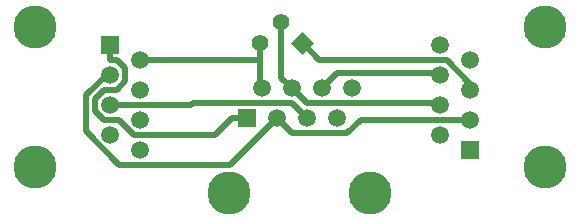
<source format=gbl>
G04 (created by PCBNEW (2013-07-07 BZR 4022)-stable) date 13/04/2014 11:11:03 PM*
%MOIN*%
G04 Gerber Fmt 3.4, Leading zero omitted, Abs format*
%FSLAX34Y34*%
G01*
G70*
G90*
G04 APERTURE LIST*
%ADD10C,0.00590551*%
%ADD11C,0.055*%
%ADD12C,0.1437*%
%ADD13R,0.0591X0.0591*%
%ADD14C,0.0591*%
%ADD15C,0.019685*%
G04 APERTURE END LIST*
G54D10*
G36*
X45918Y-52600D02*
X46307Y-52211D01*
X46696Y-52600D01*
X46307Y-52988D01*
X45918Y-52600D01*
X45918Y-52600D01*
G37*
G54D11*
X45600Y-51892D03*
X44892Y-52600D03*
G54D12*
X37400Y-56738D03*
X37400Y-52065D03*
G54D13*
X39900Y-52650D03*
G54D14*
X40900Y-53150D03*
X39900Y-53650D03*
X40900Y-54150D03*
X39900Y-54650D03*
X40900Y-55150D03*
X39900Y-55650D03*
X40900Y-56150D03*
G54D12*
X48538Y-57600D03*
X43865Y-57600D03*
G54D13*
X44450Y-55100D03*
G54D14*
X44950Y-54100D03*
X45450Y-55100D03*
X45950Y-54100D03*
X46450Y-55100D03*
X46950Y-54100D03*
X47450Y-55100D03*
X47950Y-54100D03*
G54D12*
X54400Y-52062D03*
X54400Y-56735D03*
G54D13*
X51900Y-56150D03*
G54D14*
X50900Y-55650D03*
X51900Y-55150D03*
X50900Y-54650D03*
X51900Y-54150D03*
X50900Y-53650D03*
X51900Y-53150D03*
X50900Y-52650D03*
G54D15*
X40116Y-53144D02*
X39900Y-53144D01*
X40394Y-53421D02*
X40116Y-53144D01*
X40394Y-53860D02*
X40394Y-53421D01*
X40104Y-54150D02*
X40394Y-53860D01*
X39699Y-54150D02*
X40104Y-54150D01*
X39399Y-54449D02*
X39699Y-54150D01*
X39399Y-54855D02*
X39399Y-54449D01*
X39694Y-55150D02*
X39399Y-54855D01*
X40186Y-55150D02*
X39694Y-55150D01*
X40692Y-55655D02*
X40186Y-55150D01*
X43400Y-55655D02*
X40692Y-55655D01*
X43955Y-55100D02*
X43400Y-55655D01*
X44450Y-55100D02*
X43955Y-55100D01*
X39900Y-52650D02*
X39900Y-53144D01*
X50850Y-53600D02*
X50900Y-53650D01*
X47449Y-53600D02*
X50850Y-53600D01*
X46950Y-54100D02*
X47449Y-53600D01*
X46863Y-53155D02*
X46307Y-52600D01*
X51104Y-53155D02*
X46863Y-53155D01*
X51900Y-53951D02*
X51104Y-53155D01*
X51900Y-54150D02*
X51900Y-53951D01*
X42600Y-54650D02*
X39900Y-54650D01*
X42644Y-54605D02*
X42600Y-54650D01*
X45955Y-54605D02*
X42644Y-54605D01*
X46450Y-55100D02*
X45955Y-54605D01*
X39773Y-53650D02*
X39900Y-53650D01*
X39087Y-54335D02*
X39773Y-53650D01*
X39087Y-55536D02*
X39087Y-54335D01*
X40198Y-56647D02*
X39087Y-55536D01*
X43902Y-56647D02*
X40198Y-56647D01*
X45450Y-55100D02*
X43902Y-56647D01*
X45949Y-55599D02*
X45450Y-55100D01*
X47802Y-55599D02*
X45949Y-55599D01*
X48251Y-55150D02*
X47802Y-55599D01*
X51900Y-55150D02*
X48251Y-55150D01*
X46444Y-54594D02*
X45950Y-54100D01*
X50844Y-54594D02*
X46444Y-54594D01*
X50900Y-54650D02*
X50844Y-54594D01*
X45600Y-53750D02*
X45600Y-51892D01*
X45950Y-54100D02*
X45600Y-53750D01*
X44892Y-53150D02*
X40900Y-53150D01*
X44892Y-54042D02*
X44892Y-53150D01*
X44950Y-54100D02*
X44892Y-54042D01*
X44892Y-53150D02*
X44892Y-52600D01*
M02*

</source>
